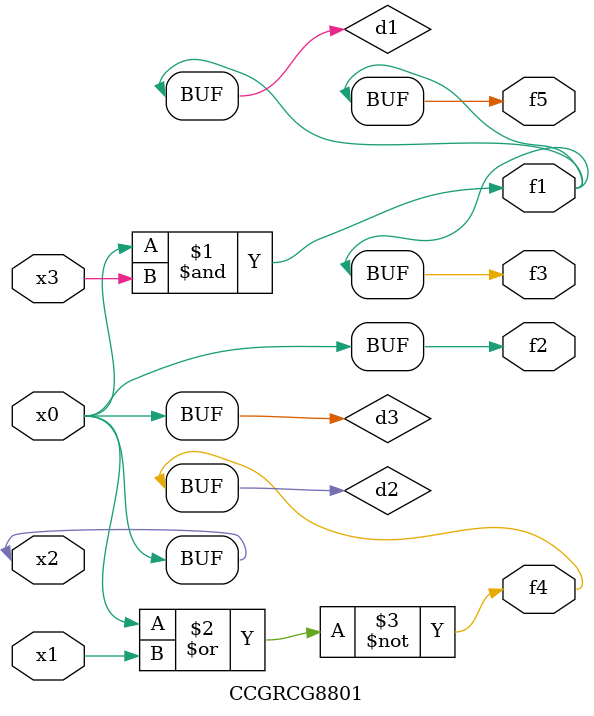
<source format=v>
module CCGRCG8801(
	input x0, x1, x2, x3,
	output f1, f2, f3, f4, f5
);

	wire d1, d2, d3;

	and (d1, x2, x3);
	nor (d2, x0, x1);
	buf (d3, x0, x2);
	assign f1 = d1;
	assign f2 = d3;
	assign f3 = d1;
	assign f4 = d2;
	assign f5 = d1;
endmodule

</source>
